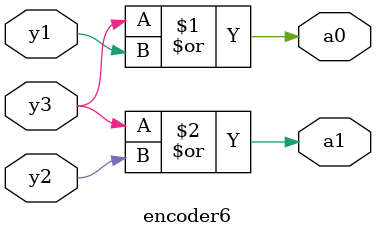
<source format=v>
module encoder6 (y1,y2,y3,a0,a1);
    input y1,y2,y3;
    output a0,a1;

    assign a0 = y3 | y1;
    assign a1 = y3 | y2;

endmodule
</source>
